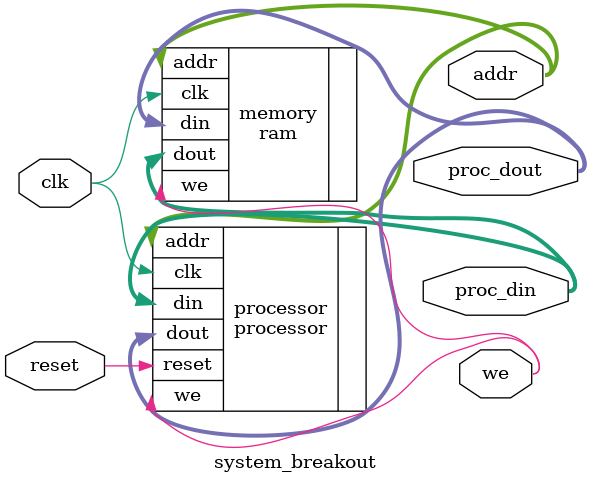
<source format=v>
module system_breakout (
   input          clk,
   input          reset,
   output  [15:0] proc_din,
   output  [15:0] addr,
   output  [15:0] proc_dout,
   output         we
   );
      
   processor processor (
      .clk     (clk      ),
      .reset   (reset    ),
      .din     (proc_din ),
      .addr    (addr     ),
      .dout    (proc_dout),
      .we      (we       )
   );
   
   ram memory (
      .clk     (clk      ),
      .addr    (addr     ),
      .din     (proc_dout),
      .we      (we       ),
      .dout    (proc_din )
   );
   
endmodule
   
</source>
